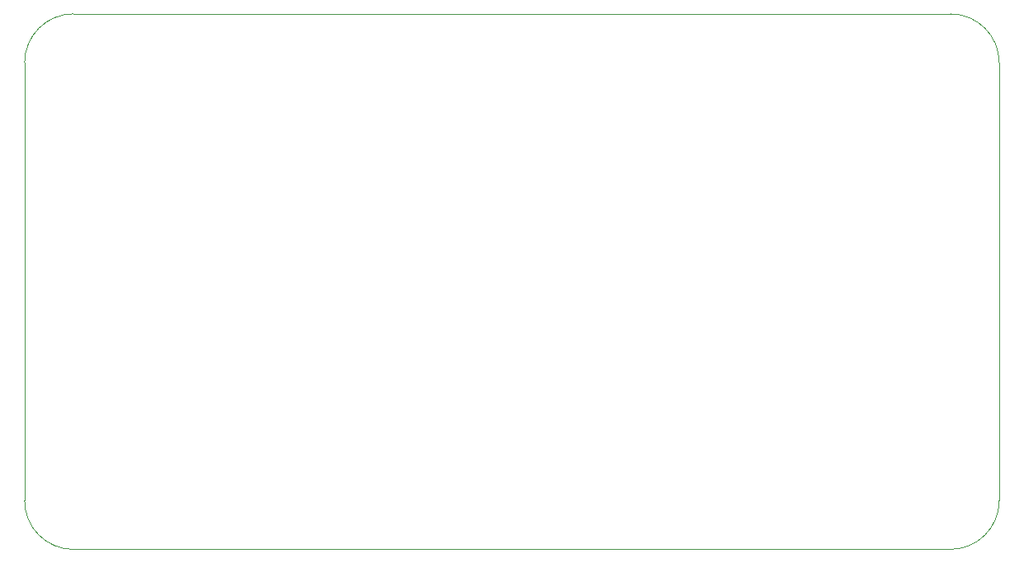
<source format=gbr>
%TF.GenerationSoftware,KiCad,Pcbnew,8.0.5-unknown-202409181836~355805756e~ubuntu24.04.1*%
%TF.CreationDate,2024-09-22T17:28:35+02:00*%
%TF.ProjectId,elevator_altimeter,656c6576-6174-46f7-925f-616c74696d65,rev?*%
%TF.SameCoordinates,Original*%
%TF.FileFunction,Profile,NP*%
%FSLAX46Y46*%
G04 Gerber Fmt 4.6, Leading zero omitted, Abs format (unit mm)*
G04 Created by KiCad (PCBNEW 8.0.5-unknown-202409181836~355805756e~ubuntu24.04.1) date 2024-09-22 17:28:35*
%MOMM*%
%LPD*%
G01*
G04 APERTURE LIST*
%TA.AperFunction,Profile*%
%ADD10C,0.050000*%
%TD*%
G04 APERTURE END LIST*
D10*
X30000000Y-97500000D02*
X120000000Y-97500000D01*
X25000000Y-47500000D02*
X25000000Y-92500000D01*
X120000000Y-42500000D02*
X30000000Y-42500000D01*
X125000000Y-92500000D02*
X125000000Y-47500000D01*
X125000000Y-92500000D02*
G75*
G02*
X120000000Y-97500000I-5000000J0D01*
G01*
X120000000Y-42500000D02*
G75*
G02*
X125000000Y-47500000I0J-5000000D01*
G01*
X25000000Y-47500000D02*
G75*
G02*
X30000000Y-42500000I5000000J0D01*
G01*
X30000000Y-97500000D02*
G75*
G02*
X25000000Y-92500000I0J5000000D01*
G01*
M02*

</source>
